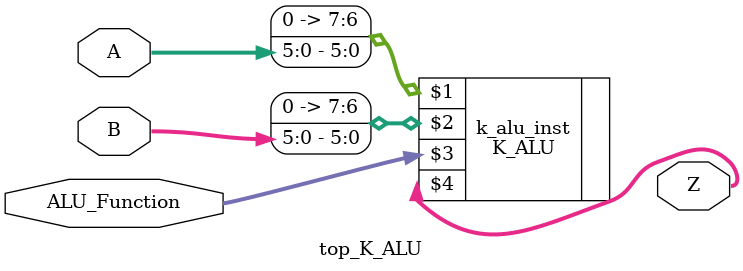
<source format=v>
module top_K_ALU(
    input [5:0] A,
    input [5:0] B,
    input[3:0] ALU_Function,
    output [7:0] Z
);

 K_ALU k_alu_inst( {2'd0,A},{2'd0,B},ALU_Function,Z);
endmodule
</source>
